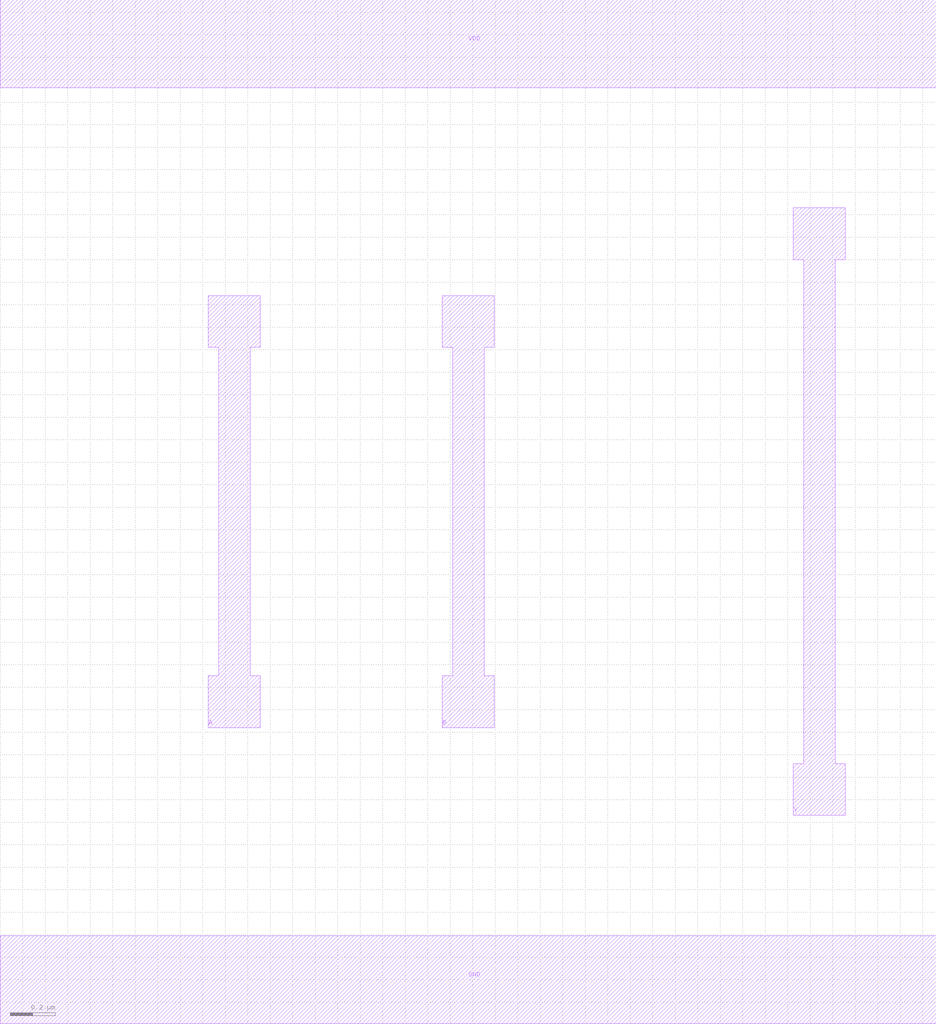
<source format=lef>
MACRO AND2X2
 CLASS CORE ;
 ORIGIN 0.0 0.0 ;
 FOREIGN AND2X2 0.0 0.0 ;
 SITE CORE ;
 SYMMETRY X Y R90 ;
  PIN VDD
   DIRECTION INOUT ;
   USE SIGNAL ;
   SHAPE ABUTMENT ;
    PORT
     CLASS CORE ;
       LAYER metal2 ;
        RECT 0.00000000 3.96500000 4.16000000 4.35500000 ;
    END
  END VDD

  PIN GND
   DIRECTION INOUT ;
   USE SIGNAL ;
   SHAPE ABUTMENT ;
    PORT
     CLASS CORE ;
       LAYER metal2 ;
        RECT 0.00000000 -0.19500000 4.16000000 0.19500000 ;
    END
  END GND

  PIN Y
   DIRECTION INOUT ;
   USE SIGNAL ;
   SHAPE ABUTMENT ;
    PORT
     CLASS CORE ;
       LAYER metal2 ;
        POLYGON 3.52500000 0.73000000 3.52500000 0.96000000 3.57000000 0.96000000 3.57000000 3.20000000 3.52500000 3.20000000 3.52500000 3.43000000 3.75500000 3.43000000 3.75500000 3.20000000 3.71000000 3.20000000 3.71000000 0.96000000 3.75500000 0.96000000 3.75500000 0.73000000 ;
    END
  END Y

  PIN A
   DIRECTION INOUT ;
   USE SIGNAL ;
   SHAPE ABUTMENT ;
    PORT
     CLASS CORE ;
       LAYER metal2 ;
        POLYGON 0.92500000 1.12000000 0.92500000 1.35000000 0.97000000 1.35000000 0.97000000 2.81000000 0.92500000 2.81000000 0.92500000 3.04000000 1.15500000 3.04000000 1.15500000 2.81000000 1.11000000 2.81000000 1.11000000 1.35000000 1.15500000 1.35000000 1.15500000 1.12000000 ;
    END
  END A

  PIN B
   DIRECTION INOUT ;
   USE SIGNAL ;
   SHAPE ABUTMENT ;
    PORT
     CLASS CORE ;
       LAYER metal2 ;
        POLYGON 1.96500000 1.12000000 1.96500000 1.35000000 2.01000000 1.35000000 2.01000000 2.81000000 1.96500000 2.81000000 1.96500000 3.04000000 2.19500000 3.04000000 2.19500000 2.81000000 2.15000000 2.81000000 2.15000000 1.35000000 2.19500000 1.35000000 2.19500000 1.12000000 ;
    END
  END B


END AND2X2

</source>
